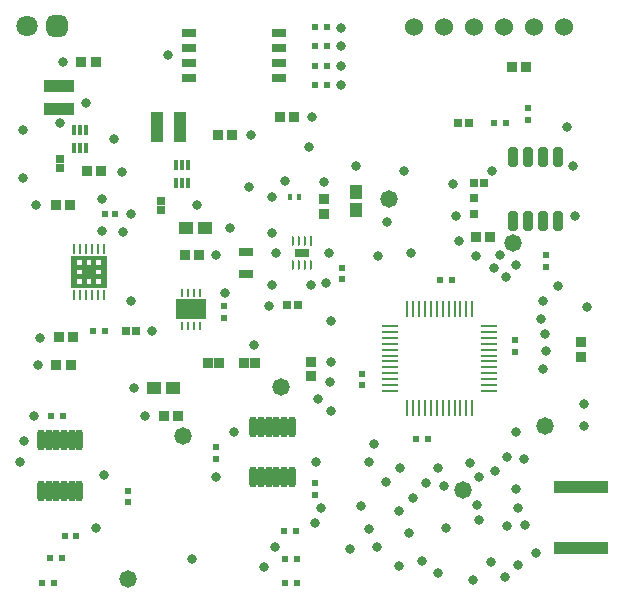
<source format=gbs>
G04*
G04 #@! TF.GenerationSoftware,Altium Limited,Altium Designer,24.9.1 (31)*
G04*
G04 Layer_Color=16711935*
%FSLAX25Y25*%
%MOIN*%
G70*
G04*
G04 #@! TF.SameCoordinates,E493A569-BD46-4AD9-B400-18CC68C2C09C*
G04*
G04*
G04 #@! TF.FilePolarity,Negative*
G04*
G01*
G75*
%ADD20R,0.17953X0.03937*%
%ADD28R,0.01968X0.01968*%
%ADD29R,0.02047X0.02047*%
G04:AMPARAMS|DCode=39|XSize=70.99mil|YSize=70.99mil|CornerRadius=19.75mil|HoleSize=0mil|Usage=FLASHONLY|Rotation=180.000|XOffset=0mil|YOffset=0mil|HoleType=Round|Shape=RoundedRectangle|*
%AMROUNDEDRECTD39*
21,1,0.07099,0.03150,0,0,180.0*
21,1,0.03150,0.07099,0,0,180.0*
1,1,0.03950,-0.01575,0.01575*
1,1,0.03950,0.01575,0.01575*
1,1,0.03950,0.01575,-0.01575*
1,1,0.03950,-0.01575,-0.01575*
%
%ADD39ROUNDEDRECTD39*%
%ADD40C,0.07099*%
%ADD41C,0.06000*%
%ADD42C,0.03300*%
%ADD43C,0.05800*%
%ADD60R,0.02362X0.01968*%
%ADD61R,0.04355X0.05138*%
%ADD62R,0.01968X0.02362*%
%ADD67R,0.04724X0.03150*%
%ADD68R,0.01575X0.01968*%
%ADD69R,0.03563X0.03568*%
G04:AMPARAMS|DCode=71|XSize=33.22mil|YSize=9.55mil|CornerRadius=4.77mil|HoleSize=0mil|Usage=FLASHONLY|Rotation=270.000|XOffset=0mil|YOffset=0mil|HoleType=Round|Shape=RoundedRectangle|*
%AMROUNDEDRECTD71*
21,1,0.03322,0.00000,0,0,270.0*
21,1,0.02367,0.00955,0,0,270.0*
1,1,0.00955,0.00000,-0.01184*
1,1,0.00955,0.00000,0.01184*
1,1,0.00955,0.00000,0.01184*
1,1,0.00955,0.00000,-0.01184*
%
%ADD71ROUNDEDRECTD71*%
%ADD73R,0.00981X0.03169*%
%ADD76R,0.01100X0.05300*%
%ADD77R,0.05300X0.01100*%
%ADD78R,0.03568X0.03563*%
%ADD79R,0.02816X0.02648*%
%ADD80R,0.01968X0.01968*%
%ADD81R,0.02756X0.02756*%
%ADD82R,0.05000X0.02992*%
%ADD84R,0.00955X0.03322*%
%ADD85R,0.05118X0.02756*%
%ADD86R,0.05138X0.04355*%
%ADD87R,0.10000X0.06693*%
G04:AMPARAMS|DCode=88|XSize=29.77mil|YSize=9.55mil|CornerRadius=4.77mil|HoleSize=0mil|Usage=FLASHONLY|Rotation=90.000|XOffset=0mil|YOffset=0mil|HoleType=Round|Shape=RoundedRectangle|*
%AMROUNDEDRECTD88*
21,1,0.02977,0.00000,0,0,90.0*
21,1,0.02022,0.00955,0,0,90.0*
1,1,0.00955,0.00000,0.01011*
1,1,0.00955,0.00000,-0.01011*
1,1,0.00955,0.00000,-0.01011*
1,1,0.00955,0.00000,0.01011*
%
%ADD88ROUNDEDRECTD88*%
%ADD89R,0.00955X0.02977*%
%ADD92R,0.09855X0.04147*%
%ADD93R,0.01587X0.03438*%
%ADD94O,0.01587X0.03438*%
%ADD95R,0.02572X0.02769*%
%ADD96O,0.02572X0.07099*%
%ADD97R,0.04147X0.09855*%
%ADD98R,0.03162X0.02965*%
G04:AMPARAMS|DCode=99|XSize=31.62mil|YSize=65.09mil|CornerRadius=6.01mil|HoleSize=0mil|Usage=FLASHONLY|Rotation=180.000|XOffset=0mil|YOffset=0mil|HoleType=Round|Shape=RoundedRectangle|*
%AMROUNDEDRECTD99*
21,1,0.03162,0.05307,0,0,180.0*
21,1,0.01961,0.06509,0,0,180.0*
1,1,0.01202,-0.00980,0.02653*
1,1,0.01202,0.00980,0.02653*
1,1,0.01202,0.00980,-0.02653*
1,1,0.01202,-0.00980,-0.02653*
%
%ADD99ROUNDEDRECTD99*%
%ADD100R,0.03556X0.03359*%
G36*
X35234Y113701D02*
Y112126D01*
Y110601D01*
Y109026D01*
Y107501D01*
Y104445D01*
X22923D01*
Y105926D01*
Y107501D01*
Y109026D01*
Y110601D01*
Y112126D01*
Y113701D01*
Y115182D01*
X35234D01*
Y113701D01*
D02*
G37*
%LPC*%
G36*
X32966D02*
X31391D01*
Y112126D01*
X32966D01*
Y113701D01*
D02*
G37*
G36*
X29866D02*
X28291D01*
Y112126D01*
X29866D01*
Y113701D01*
D02*
G37*
G36*
X26766D02*
X25191D01*
Y112126D01*
X26766D01*
Y113701D01*
D02*
G37*
G36*
X32966Y110601D02*
X31391D01*
Y109026D01*
X32966D01*
Y110601D01*
D02*
G37*
G36*
X29866D02*
X28291D01*
Y109026D01*
X29866D01*
Y110601D01*
D02*
G37*
G36*
X26766D02*
X25191D01*
Y109026D01*
X26766D01*
Y110601D01*
D02*
G37*
G36*
X32966Y107501D02*
X31391D01*
Y105926D01*
X32966D01*
Y107501D01*
D02*
G37*
G36*
X29866D02*
X28291D01*
Y105926D01*
X29866D01*
Y107501D01*
D02*
G37*
G36*
X26766D02*
X25191D01*
Y105926D01*
X26766D01*
Y107501D01*
D02*
G37*
%LPD*%
D20*
X193000Y17685D02*
D03*
Y38315D02*
D03*
D28*
X16430Y61792D02*
D03*
X20367D02*
D03*
X138031Y54000D02*
D03*
X141969D02*
D03*
X149969Y107000D02*
D03*
X146031D02*
D03*
D29*
X34425Y129000D02*
D03*
X37575D02*
D03*
D39*
X18500Y191792D02*
D03*
D40*
X8500D02*
D03*
D41*
X137500Y191500D02*
D03*
X147500D02*
D03*
X157500D02*
D03*
X167500D02*
D03*
X177500D02*
D03*
X187500D02*
D03*
D42*
X136500Y116000D02*
D03*
X134000Y143500D02*
D03*
X103000Y105500D02*
D03*
X87500Y11500D02*
D03*
X84000Y85500D02*
D03*
X19500Y159500D02*
D03*
X152500Y120000D02*
D03*
X181016Y89009D02*
D03*
X195000Y98000D02*
D03*
X180500Y77500D02*
D03*
X105509Y67516D02*
D03*
X109848Y79750D02*
D03*
X180509Y100016D02*
D03*
X185500Y105000D02*
D03*
X191000Y128500D02*
D03*
X188500Y158000D02*
D03*
X66000Y97000D02*
D03*
X60500D02*
D03*
X181500Y83500D02*
D03*
X179680Y94309D02*
D03*
X164000Y111000D02*
D03*
X132772Y44500D02*
D03*
X145500D02*
D03*
X28000Y166000D02*
D03*
X106500Y31000D02*
D03*
X104620Y46593D02*
D03*
X82500Y138000D02*
D03*
X94548Y140291D02*
D03*
X65199Y132292D02*
D03*
X37500Y154000D02*
D03*
X29079Y109813D02*
D03*
X7000Y141000D02*
D03*
Y157000D02*
D03*
X43000Y100000D02*
D03*
X40500Y123000D02*
D03*
X33500Y134000D02*
D03*
Y123500D02*
D03*
X50000Y90000D02*
D03*
X164500Y43500D02*
D03*
X156000Y46000D02*
D03*
X168500Y48000D02*
D03*
X159000Y41500D02*
D03*
X174000Y47500D02*
D03*
X122500Y46500D02*
D03*
X104500Y26000D02*
D03*
X124203Y52500D02*
D03*
X127908Y39775D02*
D03*
X119726Y31907D02*
D03*
X122500Y24000D02*
D03*
X141500Y39500D02*
D03*
X147500Y38500D02*
D03*
X132500Y30000D02*
D03*
X137000Y34500D02*
D03*
X151500Y128500D02*
D03*
X34000Y42000D02*
D03*
X63500Y14000D02*
D03*
X6000Y46500D02*
D03*
X116000Y17500D02*
D03*
X91000Y18000D02*
D03*
X168000Y108000D02*
D03*
X171500Y112000D02*
D03*
X166000Y115500D02*
D03*
X128500Y126500D02*
D03*
X190500Y145000D02*
D03*
X71500Y41500D02*
D03*
X113000Y172000D02*
D03*
Y178500D02*
D03*
Y185000D02*
D03*
Y191000D02*
D03*
X102500Y151500D02*
D03*
X12101Y78708D02*
D03*
X12763Y87792D02*
D03*
X118000Y145000D02*
D03*
X171500Y56500D02*
D03*
X71500Y115500D02*
D03*
X163000Y13000D02*
D03*
X157000Y7000D02*
D03*
X159000Y27000D02*
D03*
X135592Y22774D02*
D03*
X167593Y8225D02*
D03*
X187000Y17500D02*
D03*
X191500D02*
D03*
X197000D02*
D03*
X44000Y71000D02*
D03*
X31420Y24420D02*
D03*
X109000Y116000D02*
D03*
X91500D02*
D03*
X90000Y105500D02*
D03*
X108000Y106292D02*
D03*
X107500Y139843D02*
D03*
X89000Y98500D02*
D03*
X83000Y155500D02*
D03*
X76000Y124500D02*
D03*
X77500Y56500D02*
D03*
X43000Y129000D02*
D03*
X148000Y24500D02*
D03*
X7500Y53500D02*
D03*
X163500Y143500D02*
D03*
X192000Y38500D02*
D03*
X103500Y161500D02*
D03*
X150500Y139000D02*
D03*
X55500Y182000D02*
D03*
X47801Y61792D02*
D03*
X10899D02*
D03*
X11500Y132000D02*
D03*
X20399Y179792D02*
D03*
X40034Y143292D02*
D03*
X74500Y102761D02*
D03*
X90000Y122792D02*
D03*
Y134792D02*
D03*
X158000Y115000D02*
D03*
X158500Y32000D02*
D03*
X186500Y38500D02*
D03*
X172000Y31000D02*
D03*
X171500Y37500D02*
D03*
X125000Y18000D02*
D03*
X140000Y13500D02*
D03*
X174500Y25500D02*
D03*
X178226Y16093D02*
D03*
X172087Y12009D02*
D03*
X168500Y25000D02*
D03*
X145272Y9500D02*
D03*
X197000Y38500D02*
D03*
X132407Y11726D02*
D03*
X194063Y58398D02*
D03*
X194000Y65772D02*
D03*
X109728Y93500D02*
D03*
Y63500D02*
D03*
X125500Y115000D02*
D03*
X109500Y73000D02*
D03*
D43*
X42000Y7500D02*
D03*
X170500Y119500D02*
D03*
X129000Y134000D02*
D03*
X153775Y37275D02*
D03*
X181000Y58500D02*
D03*
X93000Y71500D02*
D03*
X60500Y55000D02*
D03*
D60*
X113500Y111261D02*
D03*
Y107324D02*
D03*
X104500Y39469D02*
D03*
Y35531D02*
D03*
X42000Y36968D02*
D03*
Y33031D02*
D03*
X175500Y160500D02*
D03*
Y164437D02*
D03*
D61*
X118000Y136652D02*
D03*
Y130348D02*
D03*
D62*
X104563Y191500D02*
D03*
X108500D02*
D03*
X108468Y185000D02*
D03*
X104532D02*
D03*
X108468Y172000D02*
D03*
X104532D02*
D03*
X108468Y178500D02*
D03*
X104532D02*
D03*
X97968Y23500D02*
D03*
X94032D02*
D03*
X98468Y14000D02*
D03*
X94532D02*
D03*
X164000Y159500D02*
D03*
X167937D02*
D03*
X94532Y6000D02*
D03*
X98468D02*
D03*
X13532Y6292D02*
D03*
X17468D02*
D03*
X16032Y14500D02*
D03*
X19968D02*
D03*
X20952Y21757D02*
D03*
X24888D02*
D03*
X34468Y90000D02*
D03*
X30531D02*
D03*
D67*
X81500Y116336D02*
D03*
Y109249D02*
D03*
D68*
X99075Y134792D02*
D03*
X95925D02*
D03*
D69*
X72136Y155500D02*
D03*
X31263Y179792D02*
D03*
X18237Y78708D02*
D03*
X22966D02*
D03*
X19000Y88000D02*
D03*
X23729D02*
D03*
X22864Y132000D02*
D03*
X18136D02*
D03*
X26534Y179792D02*
D03*
X97364Y161500D02*
D03*
X92636D02*
D03*
X158135Y121500D02*
D03*
X162864D02*
D03*
X170135Y178000D02*
D03*
X174864D02*
D03*
X53936Y61792D02*
D03*
X58665D02*
D03*
X76864Y155500D02*
D03*
X65864Y115500D02*
D03*
X61136D02*
D03*
X33000Y143500D02*
D03*
X28271D02*
D03*
D71*
X100984Y120282D02*
D03*
X99016D02*
D03*
X102953Y112302D02*
D03*
X100984D02*
D03*
X99016D02*
D03*
X97047D02*
D03*
Y120282D02*
D03*
D73*
X24158Y117500D02*
D03*
X26126D02*
D03*
X28095D02*
D03*
X30063D02*
D03*
X32032D02*
D03*
X34000D02*
D03*
Y102127D02*
D03*
X32032D02*
D03*
X30063D02*
D03*
X28095D02*
D03*
X26126D02*
D03*
X24158D02*
D03*
D76*
X148953Y97450D02*
D03*
X146984D02*
D03*
X145016D02*
D03*
X135173D02*
D03*
Y64550D02*
D03*
X137142D02*
D03*
X139110D02*
D03*
X141079D02*
D03*
X143047D02*
D03*
X145016D02*
D03*
X148953D02*
D03*
X150921D02*
D03*
X152890D02*
D03*
X154858D02*
D03*
X156827D02*
D03*
X146984D02*
D03*
X137142Y97450D02*
D03*
X139110D02*
D03*
X141079D02*
D03*
X143047D02*
D03*
X150921D02*
D03*
X152890D02*
D03*
X154858D02*
D03*
X156827D02*
D03*
D77*
X129550Y91827D02*
D03*
Y80016D02*
D03*
Y78047D02*
D03*
Y72142D02*
D03*
Y70173D02*
D03*
X162450D02*
D03*
Y78047D02*
D03*
Y80016D02*
D03*
Y81984D02*
D03*
Y83953D02*
D03*
Y85921D02*
D03*
Y87890D02*
D03*
X129550Y81984D02*
D03*
Y83953D02*
D03*
X162450Y89858D02*
D03*
Y74110D02*
D03*
Y91827D02*
D03*
Y76079D02*
D03*
Y72142D02*
D03*
X129550Y87890D02*
D03*
Y74110D02*
D03*
Y76079D02*
D03*
Y85921D02*
D03*
Y89858D02*
D03*
D78*
X193000Y86364D02*
D03*
Y81636D02*
D03*
X103000Y79864D02*
D03*
Y75136D02*
D03*
X107500Y134000D02*
D03*
Y129271D02*
D03*
D79*
X152000Y159500D02*
D03*
X155768D02*
D03*
X98884Y98792D02*
D03*
X95116D02*
D03*
D80*
X71500Y51468D02*
D03*
X181500Y111531D02*
D03*
Y115469D02*
D03*
X74000Y98469D02*
D03*
Y94532D02*
D03*
X71500Y47532D02*
D03*
X171000Y83063D02*
D03*
Y87000D02*
D03*
X120000Y72031D02*
D03*
Y75968D02*
D03*
D81*
X157500Y128988D02*
D03*
Y134500D02*
D03*
D82*
X62500Y189500D02*
D03*
Y184500D02*
D03*
Y179500D02*
D03*
Y174500D02*
D03*
X92500D02*
D03*
Y179500D02*
D03*
Y184500D02*
D03*
Y189500D02*
D03*
D84*
X102953Y120282D02*
D03*
D85*
X100000Y116292D02*
D03*
D86*
X50848Y71000D02*
D03*
X57152D02*
D03*
X67652Y124500D02*
D03*
X61348D02*
D03*
D87*
X63152Y97367D02*
D03*
D88*
X60199Y102792D02*
D03*
X62168D02*
D03*
X64136D02*
D03*
X66105D02*
D03*
Y91941D02*
D03*
X64136D02*
D03*
X62168D02*
D03*
D89*
X60199D02*
D03*
D92*
X19000Y171839D02*
D03*
Y164161D02*
D03*
D93*
X62075Y145433D02*
D03*
X28000Y157000D02*
D03*
D94*
X58138Y139606D02*
D03*
X60106Y145433D02*
D03*
X58138D02*
D03*
X62075Y139606D02*
D03*
X60106D02*
D03*
X24063Y151173D02*
D03*
X26032Y157000D02*
D03*
X24063D02*
D03*
X28000Y151173D02*
D03*
X26032D02*
D03*
D95*
X19500Y147476D02*
D03*
Y144524D02*
D03*
X53000Y133453D02*
D03*
Y130500D02*
D03*
D96*
X94038Y41328D02*
D03*
X96597D02*
D03*
X83802D02*
D03*
X86361D02*
D03*
X88920D02*
D03*
X91479D02*
D03*
X83802Y58257D02*
D03*
X86361D02*
D03*
X88920D02*
D03*
X91479D02*
D03*
X94038D02*
D03*
X96597D02*
D03*
X13022Y36792D02*
D03*
X15581D02*
D03*
X18140D02*
D03*
X20699D02*
D03*
X23258D02*
D03*
X25817D02*
D03*
X13022Y53721D02*
D03*
X15581D02*
D03*
X18140D02*
D03*
X20699D02*
D03*
X23258D02*
D03*
X25817D02*
D03*
D97*
X59339Y158000D02*
D03*
X51661D02*
D03*
D98*
X157327Y139500D02*
D03*
X160673D02*
D03*
X41327Y90000D02*
D03*
X44673D02*
D03*
D99*
X185500Y126772D02*
D03*
X180500D02*
D03*
X175500D02*
D03*
X170500D02*
D03*
X185500Y148228D02*
D03*
X180500D02*
D03*
X175500D02*
D03*
X170500D02*
D03*
D100*
X84370Y79500D02*
D03*
X80630D02*
D03*
X72500D02*
D03*
X68760D02*
D03*
M02*

</source>
